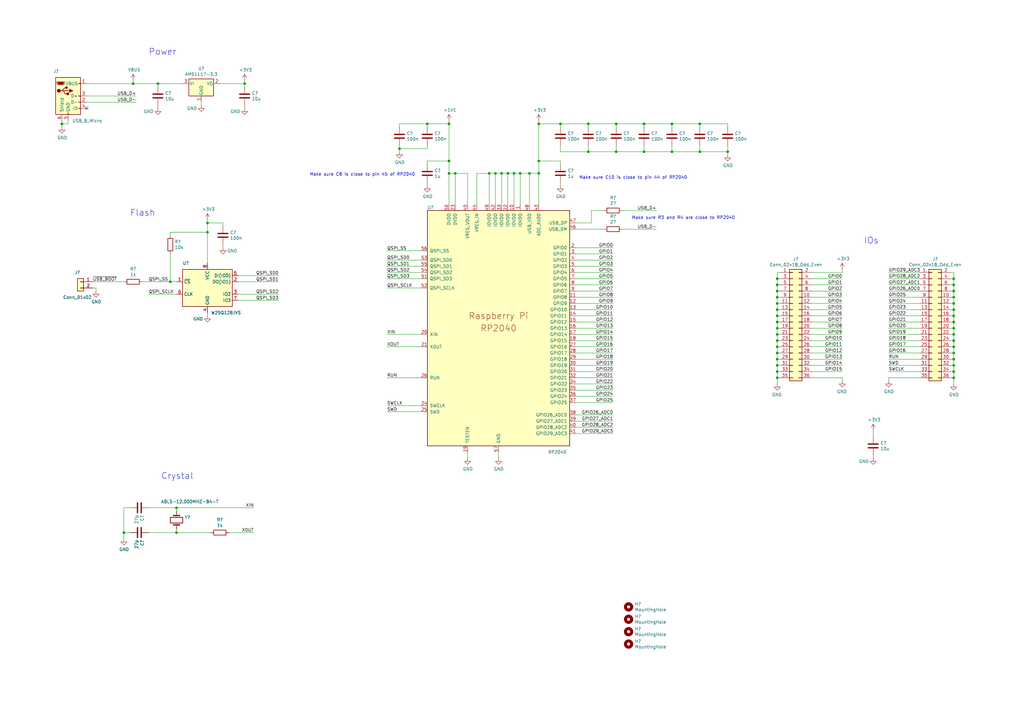
<source format=kicad_sch>
(kicad_sch (version 20211123) (generator eeschema)
  (paper "A3")
  (lib_symbols
    (symbol "Connector:USB_B_Micro" (pin_names (offset 1.016))
      (property "Reference" "J" (at -5.08 11.43 0))
      (property "Value" "USB_B_Micro" (at -5.08 8.89 0))
      (symbol "USB_B_Micro_0_1"
        (rectangle (start -5.08 -7.62) (end 5.08 7.62) (stroke (width 0.254)) (fill (type background)))
        (circle (center -3.81 2.159) (radius 0.635) (stroke (width 0.254)) (fill (type outline)))
        (circle (center -0.635 3.429) (radius 0.381) (stroke (width 0.254)) (fill (type outline)))
        (rectangle (start -0.127 -7.62) (end 0.127 -6.858))
        (polyline (pts (xy -1.905 2.159) (xy 0.635 2.159)) (stroke (width 0.254)))
        (polyline (pts (xy -3.175 2.159) (xy -2.54 2.159) (xy -1.27 3.429) (xy -0.635 3.429)) (stroke (width 0.254)))
        (polyline (pts (xy -2.54 2.159) (xy -1.905 2.159) (xy -1.27 0.889) (xy 0 0.889)) (stroke (width 0.254)))
        (polyline (pts (xy 0.635 2.794) (xy 0.635 1.524) (xy 1.905 2.159) (xy 0.635 2.794)) (stroke (width 0.254)) (fill (type outline)))
        (polyline (pts (xy -4.318 5.588) (xy -1.778 5.588) (xy -2.032 4.826) (xy -4.064 4.826) (xy -4.318 5.588)) (fill (type outline)))
        (polyline (pts (xy -4.699 5.842) (xy -4.699 5.588) (xy -4.445 4.826) (xy -4.445 4.572) (xy -1.651 4.572) (xy -1.651 4.826) (xy -1.397 5.588) (xy -1.397 5.842) (xy -4.699 5.842)))
        (rectangle (start 0.254 1.27) (end -0.508 0.508) (stroke (width 0.254)) (fill (type outline)))
        (rectangle (start 5.08 -5.207) (end 4.318 -4.953))
        (rectangle (start 5.08 -2.667) (end 4.318 -2.413))
        (rectangle (start 5.08 -0.127) (end 4.318 0.127))
        (rectangle (start 5.08 4.953) (end 4.318 5.207))
      )
      (symbol "USB_B_Micro_1_1"
        (pin power_out line (at 7.62 5.08 180) (length 2.54) (name "VBUS") (number "1"))
        (pin bidirectional line (at 7.62 -2.54 180) (length 2.54) (name "D-") (number "2"))
        (pin bidirectional line (at 7.62 0 180) (length 2.54) (name "D+") (number "3"))
        (pin passive line (at 7.62 -5.08 180) (length 2.54) (name "ID") (number "4"))
        (pin power_out line (at 0 -10.16 90) (length 2.54) (name "GND") (number "5"))
        (pin passive line (at -2.54 -10.16 90) (length 2.54) (name "Shield") (number "6"))
      )
    )
    (symbol "Connector_Generic:Conn_01x02" (pin_names (offset 1.016) hide)
      (property "Reference" "J" (at 0 2.54 0))
      (property "Value" "Conn_01x02" (at 0 -5.08 0))
      (symbol "Conn_01x02_1_1"
        (rectangle (start -1.27 -2.413) (end 0 -2.667) (stroke (width 0.1524)))
        (rectangle (start -1.27 0.127) (end 0 -0.127) (stroke (width 0.1524)))
        (rectangle (start -1.27 1.27) (end 1.27 -3.81) (stroke (width 0.254)) (fill (type background)))
        (pin passive line (at -5.08 0 0) (length 3.81) (name "Pin_1") (number "1"))
        (pin passive line (at -5.08 -2.54 0) (length 3.81) (name "Pin_2") (number "2"))
      )
    )
    (symbol "Connector_Generic:Conn_02x18_Odd_Even" (pin_names (offset 1.016) hide)
      (property "Reference" "J" (at 1.27 22.86 0))
      (property "Value" "Conn_02x18_Odd_Even" (at 1.27 -25.4 0))
      (symbol "Conn_02x18_Odd_Even_1_1"
        (rectangle (start -1.27 -22.733) (end 0 -22.987) (stroke (width 0.1524)))
        (rectangle (start -1.27 -20.193) (end 0 -20.447) (stroke (width 0.1524)))
        (rectangle (start -1.27 -17.653) (end 0 -17.907) (stroke (width 0.1524)))
        (rectangle (start -1.27 -15.113) (end 0 -15.367) (stroke (width 0.1524)))
        (rectangle (start -1.27 -12.573) (end 0 -12.827) (stroke (width 0.1524)))
        (rectangle (start -1.27 -10.033) (end 0 -10.287) (stroke (width 0.1524)))
        (rectangle (start -1.27 -7.493) (end 0 -7.747) (stroke (width 0.1524)))
        (rectangle (start -1.27 -4.953) (end 0 -5.207) (stroke (width 0.1524)))
        (rectangle (start -1.27 -2.413) (end 0 -2.667) (stroke (width 0.1524)))
        (rectangle (start -1.27 0.127) (end 0 -0.127) (stroke (width 0.1524)))
        (rectangle (start -1.27 2.667) (end 0 2.413) (stroke (width 0.1524)))
        (rectangle (start -1.27 5.207) (end 0 4.953) (stroke (width 0.1524)))
        (rectangle (start -1.27 7.747) (end 0 7.493) (stroke (width 0.1524)))
        (rectangle (start -1.27 10.287) (end 0 10.033) (stroke (width 0.1524)))
        (rectangle (start -1.27 12.827) (end 0 12.573) (stroke (width 0.1524)))
        (rectangle (start -1.27 15.367) (end 0 15.113) (stroke (width 0.1524)))
        (rectangle (start -1.27 17.907) (end 0 17.653) (stroke (width 0.1524)))
        (rectangle (start -1.27 20.447) (end 0 20.193) (stroke (width 0.1524)))
        (rectangle (start -1.27 21.59) (end 3.81 -24.13) (stroke (width 0.254)) (fill (type background)))
        (rectangle (start 3.81 -22.733) (end 2.54 -22.987) (stroke (width 0.1524)))
        (rectangle (start 3.81 -20.193) (end 2.54 -20.447) (stroke (width 0.1524)))
        (rectangle (start 3.81 -17.653) (end 2.54 -17.907) (stroke (width 0.1524)))
        (rectangle (start 3.81 -15.113) (end 2.54 -15.367) (stroke (width 0.1524)))
        (rectangle (start 3.81 -12.573) (end 2.54 -12.827) (stroke (width 0.1524)))
        (rectangle (start 3.81 -10.033) (end 2.54 -10.287) (stroke (width 0.1524)))
        (rectangle (start 3.81 -7.493) (end 2.54 -7.747) (stroke (width 0.1524)))
        (rectangle (start 3.81 -4.953) (end 2.54 -5.207) (stroke (width 0.1524)))
        (rectangle (start 3.81 -2.413) (end 2.54 -2.667) (stroke (width 0.1524)))
        (rectangle (start 3.81 0.127) (end 2.54 -0.127) (stroke (width 0.1524)))
        (rectangle (start 3.81 2.667) (end 2.54 2.413) (stroke (width 0.1524)))
        (rectangle (start 3.81 5.207) (end 2.54 4.953) (stroke (width 0.1524)))
        (rectangle (start 3.81 7.747) (end 2.54 7.493) (stroke (width 0.1524)))
        (rectangle (start 3.81 10.287) (end 2.54 10.033) (stroke (width 0.1524)))
        (rectangle (start 3.81 12.827) (end 2.54 12.573) (stroke (width 0.1524)))
        (rectangle (start 3.81 15.367) (end 2.54 15.113) (stroke (width 0.1524)))
        (rectangle (start 3.81 17.907) (end 2.54 17.653) (stroke (width 0.1524)))
        (rectangle (start 3.81 20.447) (end 2.54 20.193) (stroke (width 0.1524)))
        (pin passive line (at -5.08 20.32 0) (length 3.81) (name "Pin_1") (number "1"))
        (pin passive line (at 7.62 10.16 180) (length 3.81) (name "Pin_10") (number "10"))
        (pin passive line (at -5.08 7.62 0) (length 3.81) (name "Pin_11") (number "11"))
        (pin passive line (at 7.62 7.62 180) (length 3.81) (name "Pin_12") (number "12"))
        (pin passive line (at -5.08 5.08 0) (length 3.81) (name "Pin_13") (number "13"))
        (pin passive line (at 7.62 5.08 180) (length 3.81) (name "Pin_14") (number "14"))
        (pin passive line (at -5.08 2.54 0) (length 3.81) (name "Pin_15") (number "15"))
        (pin passive line (at 7.62 2.54 180) (length 3.81) (name "Pin_16") (number "16"))
        (pin passive line (at -5.08 0 0) (length 3.81) (name "Pin_17") (number "17"))
        (pin passive line (at 7.62 0 180) (length 3.81) (name "Pin_18") (number "18"))
        (pin passive line (at -5.08 -2.54 0) (length 3.81) (name "Pin_19") (number "19"))
        (pin passive line (at 7.62 20.32 180) (length 3.81) (name "Pin_2") (number "2"))
        (pin passive line (at 7.62 -2.54 180) (length 3.81) (name "Pin_20") (number "20"))
        (pin passive line (at -5.08 -5.08 0) (length 3.81) (name "Pin_21") (number "21"))
        (pin passive line (at 7.62 -5.08 180) (length 3.81) (name "Pin_22") (number "22"))
        (pin passive line (at -5.08 -7.62 0) (length 3.81) (name "Pin_23") (number "23"))
        (pin passive line (at 7.62 -7.62 180) (length 3.81) (name "Pin_24") (number "24"))
        (pin passive line (at -5.08 -10.16 0) (length 3.81) (name "Pin_25") (number "25"))
        (pin passive line (at 7.62 -10.16 180) (length 3.81) (name "Pin_26") (number "26"))
        (pin passive line (at -5.08 -12.7 0) (length 3.81) (name "Pin_27") (number "27"))
        (pin passive line (at 7.62 -12.7 180) (length 3.81) (name "Pin_28") (number "28"))
        (pin passive line (at -5.08 -15.24 0) (length 3.81) (name "Pin_29") (number "29"))
        (pin passive line (at -5.08 17.78 0) (length 3.81) (name "Pin_3") (number "3"))
        (pin passive line (at 7.62 -15.24 180) (length 3.81) (name "Pin_30") (number "30"))
        (pin passive line (at -5.08 -17.78 0) (length 3.81) (name "Pin_31") (number "31"))
        (pin passive line (at 7.62 -17.78 180) (length 3.81) (name "Pin_32") (number "32"))
        (pin passive line (at -5.08 -20.32 0) (length 3.81) (name "Pin_33") (number "33"))
        (pin passive line (at 7.62 -20.32 180) (length 3.81) (name "Pin_34") (number "34"))
        (pin passive line (at -5.08 -22.86 0) (length 3.81) (name "Pin_35") (number "35"))
        (pin passive line (at 7.62 -22.86 180) (length 3.81) (name "Pin_36") (number "36"))
        (pin passive line (at 7.62 17.78 180) (length 3.81) (name "Pin_4") (number "4"))
        (pin passive line (at -5.08 15.24 0) (length 3.81) (name "Pin_5") (number "5"))
        (pin passive line (at 7.62 15.24 180) (length 3.81) (name "Pin_6") (number "6"))
        (pin passive line (at -5.08 12.7 0) (length 3.81) (name "Pin_7") (number "7"))
        (pin passive line (at 7.62 12.7 180) (length 3.81) (name "Pin_8") (number "8"))
        (pin passive line (at -5.08 10.16 0) (length 3.81) (name "Pin_9") (number "9"))
      )
    )
    (symbol "Device:C" (pin_numbers hide) (pin_names (offset 0.254))
      (property "Reference" "C" (at 0.635 2.54 0))
      (property "Value" "C" (at 0.635 -2.54 0))
      (symbol "C_0_1"
        (polyline (pts (xy -2.032 -0.762) (xy 2.032 -0.762)) (stroke (width 0.508)))
        (polyline (pts (xy -2.032 0.762) (xy 2.032 0.762)) (stroke (width 0.508)))
      )
      (symbol "C_1_1"
        (pin passive line (at 0 3.81 270) (length 2.794) (name "~") (number "1"))
        (pin passive line (at 0 -3.81 90) (length 2.794) (name "~") (number "2"))
      )
    )
    (symbol "Device:Crystal" (pin_numbers hide) (pin_names (offset 1.016) hide)
      (property "Reference" "Y" (at 0 3.81 0))
      (property "Value" "Crystal" (at 0 -3.81 0))
      (symbol "Crystal_0_1"
        (rectangle (start -1.143 2.54) (end 1.143 -2.54) (stroke (width 0.3048)))
        (polyline (pts (xy -2.54 0) (xy -1.905 0)))
        (polyline (pts (xy -1.905 -1.27) (xy -1.905 1.27)) (stroke (width 0.508)))
        (polyline (pts (xy 1.905 -1.27) (xy 1.905 1.27)) (stroke (width 0.508)))
        (polyline (pts (xy 2.54 0) (xy 1.905 0)))
      )
      (symbol "Crystal_1_1"
        (pin passive line (at -3.81 0 0) (length 1.27) (name "1") (number "1"))
        (pin passive line (at 3.81 0 180) (length 1.27) (name "2") (number "2"))
      )
    )
    (symbol "Device:R" (pin_numbers hide) (pin_names (offset 0))
      (property "Reference" "R" (at 2.032 0 90))
      (property "Value" "R" (at 0 0 90))
      (symbol "R_0_1"
        (rectangle (start -1.016 -2.54) (end 1.016 2.54) (stroke (width 0.254)))
      )
      (symbol "R_1_1"
        (pin passive line (at 0 3.81 270) (length 1.27) (name "~") (number "1"))
        (pin passive line (at 0 -3.81 90) (length 1.27) (name "~") (number "2"))
      )
    )
    (symbol "MCU_RaspberryPi_RP2040:RP2040" (pin_names (offset 1.016))
      (property "Reference" "U" (at -29.21 49.53 0))
      (property "Value" "RP2040" (at 24.13 -49.53 0))
      (symbol "RP2040_0_0"
        (text "Raspberry Pi" (at 0 5.08 0) (effects (font (size 2.54 2.54))))
        (text "RP2040" (at 0 0 0) (effects (font (size 2.54 2.54))))
      )
      (symbol "RP2040_0_1"
        (rectangle (start 29.21 48.26) (end -29.21 -48.26) (stroke (width 0.254)) (fill (type background)))
      )
      (symbol "RP2040_1_1"
        (pin power_in line (at 8.89 50.8 270) (length 2.54) (name "IOVDD") (number "1"))
        (pin power_in line (at 6.35 50.8 270) (length 2.54) (name "IOVDD") (number "10"))
        (pin bidirectional line (at 31.75 12.7 180) (length 2.54) (name "GPIO8") (number "11"))
        (pin bidirectional line (at 31.75 10.16 180) (length 2.54) (name "GPIO9") (number "12"))
        (pin bidirectional line (at 31.75 7.62 180) (length 2.54) (name "GPIO10") (number "13"))
        (pin bidirectional line (at 31.75 5.08 180) (length 2.54) (name "GPIO11") (number "14"))
        (pin bidirectional line (at 31.75 2.54 180) (length 2.54) (name "GPIO12") (number "15"))
        (pin bidirectional line (at 31.75 0 180) (length 2.54) (name "GPIO13") (number "16"))
        (pin bidirectional line (at 31.75 -2.54 180) (length 2.54) (name "GPIO14") (number "17"))
        (pin bidirectional line (at 31.75 -5.08 180) (length 2.54) (name "GPIO15") (number "18"))
        (pin passive line (at -12.7 -50.8 90) (length 2.54) (name "TESTEN") (number "19"))
        (pin bidirectional line (at 31.75 33.02 180) (length 2.54) (name "GPIO0") (number "2"))
        (pin input line (at -31.75 -2.54 0) (length 2.54) (name "XIN") (number "20"))
        (pin passive line (at -31.75 -7.62 0) (length 2.54) (name "XOUT") (number "21"))
        (pin power_in line (at 3.81 50.8 270) (length 2.54) (name "IOVDD") (number "22"))
        (pin power_in line (at -17.78 50.8 270) (length 2.54) (name "DVDD") (number "23"))
        (pin output line (at -31.75 -31.75 0) (length 2.54) (name "SWCLK") (number "24"))
        (pin bidirectional line (at -31.75 -34.29 0) (length 2.54) (name "SWD") (number "25"))
        (pin input line (at -31.75 -20.32 0) (length 2.54) (name "RUN") (number "26"))
        (pin bidirectional line (at 31.75 -7.62 180) (length 2.54) (name "GPIO16") (number "27"))
        (pin bidirectional line (at 31.75 -10.16 180) (length 2.54) (name "GPIO17") (number "28"))
        (pin bidirectional line (at 31.75 -12.7 180) (length 2.54) (name "GPIO18") (number "29"))
        (pin bidirectional line (at 31.75 30.48 180) (length 2.54) (name "GPIO1") (number "3"))
        (pin bidirectional line (at 31.75 -15.24 180) (length 2.54) (name "GPIO19") (number "30"))
        (pin bidirectional line (at 31.75 -17.78 180) (length 2.54) (name "GPIO20") (number "31"))
        (pin bidirectional line (at 31.75 -20.32 180) (length 2.54) (name "GPIO21") (number "32"))
        (pin power_in line (at 1.27 50.8 270) (length 2.54) (name "IOVDD") (number "33"))
        (pin bidirectional line (at 31.75 -22.86 180) (length 2.54) (name "GPIO22") (number "34"))
        (pin bidirectional line (at 31.75 -25.4 180) (length 2.54) (name "GPIO23") (number "35"))
        (pin bidirectional line (at 31.75 -27.94 180) (length 2.54) (name "GPIO24") (number "36"))
        (pin bidirectional line (at 31.75 -30.48 180) (length 2.54) (name "GPIO25") (number "37"))
        (pin bidirectional line (at 31.75 -35.56 180) (length 2.54) (name "GPIO26_ADC0") (number "38"))
        (pin bidirectional line (at 31.75 -38.1 180) (length 2.54) (name "GPIO27_ADC1") (number "39"))
        (pin bidirectional line (at 31.75 27.94 180) (length 2.54) (name "GPIO2") (number "4"))
        (pin bidirectional line (at 31.75 -40.64 180) (length 2.54) (name "GPIO28_ADC2") (number "40"))
        (pin bidirectional line (at 31.75 -43.18 180) (length 2.54) (name "GPIO29_ADC3") (number "41"))
        (pin power_in line (at -1.27 50.8 270) (length 2.54) (name "IOVDD") (number "42"))
        (pin power_in line (at 16.51 50.8 270) (length 2.54) (name "ADC_AVDD") (number "43"))
        (pin power_in line (at -8.89 50.8 270) (length 2.54) (name "VREG_IN") (number "44"))
        (pin power_out line (at -12.7 50.8 270) (length 2.54) (name "VREG_VOUT") (number "45"))
        (pin bidirectional line (at 31.75 40.64 180) (length 2.54) (name "USB_DM") (number "46"))
        (pin bidirectional line (at 31.75 43.18 180) (length 2.54) (name "USB_DP") (number "47"))
        (pin power_in line (at 12.7 50.8 270) (length 2.54) (name "USB_VDD") (number "48"))
        (pin power_in line (at -3.81 50.8 270) (length 2.54) (name "IOVDD") (number "49"))
        (pin bidirectional line (at 31.75 25.4 180) (length 2.54) (name "GPIO3") (number "5"))
        (pin power_in line (at -20.32 50.8 270) (length 2.54) (name "DVDD") (number "50"))
        (pin bidirectional line (at -31.75 20.32 0) (length 2.54) (name "QSPI_SD3") (number "51"))
        (pin output line (at -31.75 16.51 0) (length 2.54) (name "QSPI_SCLK") (number "52"))
        (pin bidirectional line (at -31.75 27.94 0) (length 2.54) (name "QSPI_SD0") (number "53"))
        (pin bidirectional line (at -31.75 22.86 0) (length 2.54) (name "QSPI_SD2") (number "54"))
        (pin bidirectional line (at -31.75 25.4 0) (length 2.54) (name "QSPI_SD1") (number "55"))
        (pin bidirectional line (at -31.75 31.75 0) (length 2.54) (name "QSPI_SS") (number "56"))
        (pin power_in line (at 0 -50.8 90) (length 2.54) (name "GND") (number "57"))
        (pin bidirectional line (at 31.75 22.86 180) (length 2.54) (name "GPIO4") (number "6"))
        (pin bidirectional line (at 31.75 20.32 180) (length 2.54) (name "GPIO5") (number "7"))
        (pin bidirectional line (at 31.75 17.78 180) (length 2.54) (name "GPIO6") (number "8"))
        (pin bidirectional line (at 31.75 15.24 180) (length 2.54) (name "GPIO7") (number "9"))
      )
    )
    (symbol "Mechanical:MountingHole" (pin_names (offset 1.016))
      (property "Reference" "H" (at 0 5.08 0))
      (property "Value" "MountingHole" (at 0 3.175 0))
      (symbol "MountingHole_0_1"
        (circle (center 0 0) (radius 1.27) (stroke (width 1.27)))
      )
    )
    (symbol "Memory_Flash:W25Q128JVS"
      (property "Reference" "U" (at -8.89 8.89 0))
      (property "Value" "W25Q128JVS" (at 7.62 8.89 0))
      (symbol "W25Q128JVS_0_1"
        (rectangle (start -10.16 7.62) (end 10.16 -7.62) (stroke (width 0.254)) (fill (type background)))
      )
      (symbol "W25Q128JVS_1_1"
        (pin input line (at -12.7 2.54 0) (length 2.54) (name "~{CS}") (number "1"))
        (pin bidirectional line (at 12.7 2.54 180) (length 2.54) (name "DO(IO1)") (number "2"))
        (pin bidirectional line (at 12.7 -2.54 180) (length 2.54) (name "IO2") (number "3"))
        (pin power_in line (at 0 -10.16 90) (length 2.54) (name "GND") (number "4"))
        (pin bidirectional line (at 12.7 5.08 180) (length 2.54) (name "DI(IO0)") (number "5"))
        (pin input line (at -12.7 -2.54 0) (length 2.54) (name "CLK") (number "6"))
        (pin bidirectional line (at 12.7 -5.08 180) (length 2.54) (name "IO3") (number "7"))
        (pin power_in line (at 0 10.16 270) (length 2.54) (name "VCC") (number "8"))
      )
    )
    (symbol "Regulator_Linear:NCP1117-3.3_SOT223" (pin_names (offset 0.254))
      (property "Reference" "U" (at -3.81 3.175 0))
      (property "Value" "NCP1117-3.3_SOT223" (at 0 3.175 0))
      (symbol "NCP1117-3.3_SOT223_0_1"
        (rectangle (start -5.08 -5.08) (end 5.08 1.905) (stroke (width 0.254)) (fill (type background)))
      )
      (symbol "NCP1117-3.3_SOT223_1_1"
        (pin power_in line (at 0 -7.62 90) (length 2.54) (name "GND") (number "1"))
        (pin power_out line (at 7.62 0 180) (length 2.54) (name "VO") (number "2"))
        (pin power_in line (at -7.62 0 0) (length 2.54) (name "VI") (number "3"))
      )
    )
    (symbol "power:+1V1" (power) (pin_names (offset 0))
      (property "Value" "+1V1" (at 0 3.556 0))
      (symbol "+1V1_0_1"
        (polyline (pts (xy -0.762 1.27) (xy 0 2.54)))
        (polyline (pts (xy 0 0) (xy 0 2.54)))
        (polyline (pts (xy 0 2.54) (xy 0.762 1.27)))
      )
      (symbol "+1V1_1_1"
        (pin power_in line (at 0 0 90) (length 0) hide (name "+1V1") (number "1"))
      )
    )
    (symbol "power:+3V3" (power) (pin_names (offset 0))
      (property "Value" "+3V3" (at 0 3.556 0))
      (symbol "+3V3_0_1"
        (polyline (pts (xy -0.762 1.27) (xy 0 2.54)))
        (polyline (pts (xy 0 0) (xy 0 2.54)))
        (polyline (pts (xy 0 2.54) (xy 0.762 1.27)))
      )
      (symbol "+3V3_1_1"
        (pin power_in line (at 0 0 90) (length 0) hide (name "+3V3") (number "1"))
      )
    )
    (symbol "power:GND" (power) (pin_names (offset 0))
      (property "Value" "GND" (at 0 -3.81 0))
      (symbol "GND_0_1"
        (polyline (pts (xy 0 0) (xy 0 -1.27) (xy 1.27 -1.27) (xy 0 -2.54) (xy -1.27 -1.27) (xy 0 -1.27)))
      )
      (symbol "GND_1_1"
        (pin power_in line (at 0 0 270) (length 0) hide (name "GND") (number "1"))
      )
    )
    (symbol "power:VBUS" (power) (pin_names (offset 0))
      (property "Value" "VBUS" (at 0 3.81 0))
      (symbol "VBUS_0_1"
        (polyline (pts (xy -0.762 1.27) (xy 0 2.54)))
        (polyline (pts (xy 0 0) (xy 0 2.54)))
        (polyline (pts (xy 0 2.54) (xy 0.762 1.27)))
      )
      (symbol "VBUS_1_1"
        (pin power_in line (at 0 0 90) (length 0) hide (name "VBUS") (number "1"))
      )
    )
  )
  (junction (at 72.39 218.44))
  (junction (at 184.15 71.12))
  (junction (at 64.77 34.29))
  (junction (at 184.15 50.8))
  (junction (at 318.77 127))
  (junction (at 287.02 50.8))
  (junction (at 318.77 147.32))
  (junction (at 391.16 124.46))
  (junction (at 318.77 116.84))
  (junction (at 252.73 50.8))
  (junction (at 391.16 144.78))
  (junction (at 318.77 132.08))
  (junction (at 318.77 139.7))
  (junction (at 69.85 115.57))
  (junction (at 391.16 142.24))
  (junction (at 318.77 114.3))
  (junction (at 287.02 62.23))
  (junction (at 318.77 149.86))
  (junction (at 318.77 154.94))
  (junction (at 220.98 66.04))
  (junction (at 264.16 50.8))
  (junction (at 210.82 71.12))
  (junction (at 85.09 91.44))
  (junction (at 391.16 154.94))
  (junction (at 391.16 132.08))
  (junction (at 175.26 50.8))
  (junction (at 391.16 121.92))
  (junction (at 186.69 71.12))
  (junction (at 391.16 139.7))
  (junction (at 391.16 114.3))
  (junction (at 391.16 116.84))
  (junction (at 85.09 95.25))
  (junction (at 318.77 124.46))
  (junction (at 205.74 71.12))
  (junction (at 391.16 134.62))
  (junction (at 391.16 129.54))
  (junction (at 391.16 127))
  (junction (at 54.61 34.29))
  (junction (at 391.16 119.38))
  (junction (at 252.73 62.23))
  (junction (at 213.36 71.12))
  (junction (at 229.87 50.8))
  (junction (at 217.17 71.12))
  (junction (at 163.83 60.96))
  (junction (at 318.77 134.62))
  (junction (at 25.4 50.8))
  (junction (at 318.77 119.38))
  (junction (at 391.16 149.86))
  (junction (at 391.16 152.4))
  (junction (at 318.77 121.92))
  (junction (at 200.66 71.12))
  (junction (at 72.39 208.28))
  (junction (at 298.45 62.23))
  (junction (at 264.16 62.23))
  (junction (at 203.2 71.12))
  (junction (at 318.77 142.24))
  (junction (at 100.33 34.29))
  (junction (at 50.8 218.44))
  (junction (at 391.16 137.16))
  (junction (at 318.77 152.4))
  (junction (at 318.77 137.16))
  (junction (at 318.77 129.54))
  (junction (at 241.3 62.23))
  (junction (at 275.59 50.8))
  (junction (at 275.59 62.23))
  (junction (at 318.77 144.78))
  (junction (at 184.15 66.04))
  (junction (at 220.98 71.12))
  (junction (at 391.16 147.32))
  (junction (at 241.3 50.8))
  (junction (at 208.28 71.12))
  (junction (at 220.98 50.8))
  (no_connect (at 35.56 44.45))
  (wire (pts (xy 377.19 149.86) (xy 364.49 149.86)))
  (wire (pts (xy 318.77 142.24) (xy 318.77 144.78)))
  (wire (pts (xy 25.4 49.53) (xy 25.4 50.8)))
  (wire (pts (xy 236.22 157.48) (xy 251.46 157.48)))
  (wire (pts (xy 100.33 43.18) (xy 100.33 44.45)))
  (wire (pts (xy 377.19 144.78) (xy 364.49 144.78)))
  (wire (pts (xy 345.44 147.32) (xy 332.74 147.32)))
  (wire (pts (xy 345.44 152.4) (xy 332.74 152.4)))
  (wire (pts (xy 389.89 134.62) (xy 391.16 134.62)))
  (wire (pts (xy 377.19 147.32) (xy 364.49 147.32)))
  (wire (pts (xy 345.44 129.54) (xy 332.74 129.54)))
  (wire (pts (xy 50.8 208.28) (xy 50.8 218.44)))
  (wire (pts (xy 100.33 34.29) (xy 100.33 33.02)))
  (wire (pts (xy 389.89 144.78) (xy 391.16 144.78)))
  (wire (pts (xy 72.39 209.55) (xy 72.39 208.28)))
  (wire (pts (xy 158.75 111.76) (xy 172.72 111.76)))
  (wire (pts (xy 236.22 170.18) (xy 251.46 170.18)))
  (wire (pts (xy 50.8 218.44) (xy 50.8 220.98)))
  (wire (pts (xy 204.47 185.42) (xy 204.47 187.96)))
  (wire (pts (xy 377.19 116.84) (xy 364.49 116.84)))
  (wire (pts (xy 287.02 59.69) (xy 287.02 62.23)))
  (wire (pts (xy 213.36 71.12) (xy 213.36 83.82)))
  (wire (pts (xy 345.44 149.86) (xy 332.74 149.86)))
  (wire (pts (xy 320.04 124.46) (xy 318.77 124.46)))
  (wire (pts (xy 391.16 144.78) (xy 391.16 147.32)))
  (wire (pts (xy 389.89 127) (xy 391.16 127)))
  (wire (pts (xy 391.16 129.54) (xy 391.16 132.08)))
  (wire (pts (xy 345.44 119.38) (xy 332.74 119.38)))
  (wire (pts (xy 391.16 154.94) (xy 391.16 157.48)))
  (wire (pts (xy 97.79 113.03) (xy 114.3 113.03)))
  (wire (pts (xy 158.75 114.3) (xy 172.72 114.3)))
  (wire (pts (xy 391.16 124.46) (xy 391.16 127)))
  (wire (pts (xy 345.44 124.46) (xy 332.74 124.46)))
  (wire (pts (xy 255.27 86.36) (xy 269.24 86.36)))
  (wire (pts (xy 318.77 147.32) (xy 318.77 149.86)))
  (wire (pts (xy 175.26 74.93) (xy 175.26 76.2)))
  (wire (pts (xy 172.72 168.91) (xy 158.75 168.91)))
  (wire (pts (xy 318.77 144.78) (xy 318.77 147.32)))
  (wire (pts (xy 345.44 111.76) (xy 332.74 111.76)))
  (wire (pts (xy 54.61 34.29) (xy 64.77 34.29)))
  (wire (pts (xy 158.75 106.68) (xy 172.72 106.68)))
  (wire (pts (xy 320.04 114.3) (xy 318.77 114.3)))
  (wire (pts (xy 391.16 121.92) (xy 391.16 124.46)))
  (wire (pts (xy 318.77 132.08) (xy 318.77 134.62)))
  (wire (pts (xy 377.19 114.3) (xy 364.49 114.3)))
  (wire (pts (xy 172.72 118.11) (xy 158.75 118.11)))
  (wire (pts (xy 287.02 50.8) (xy 298.45 50.8)))
  (wire (pts (xy 200.66 71.12) (xy 203.2 71.12)))
  (wire (pts (xy 391.16 114.3) (xy 391.16 116.84)))
  (wire (pts (xy 345.44 116.84) (xy 332.74 116.84)))
  (wire (pts (xy 298.45 59.69) (xy 298.45 62.23)))
  (wire (pts (xy 389.89 121.92) (xy 391.16 121.92)))
  (wire (pts (xy 158.75 109.22) (xy 172.72 109.22)))
  (wire (pts (xy 27.94 49.53) (xy 27.94 50.8)))
  (wire (pts (xy 242.57 86.36) (xy 247.65 86.36)))
  (wire (pts (xy 236.22 127) (xy 251.46 127)))
  (wire (pts (xy 184.15 49.53) (xy 184.15 50.8)))
  (wire (pts (xy 318.77 116.84) (xy 318.77 119.38)))
  (wire (pts (xy 364.49 156.21) (xy 364.49 154.94)))
  (wire (pts (xy 236.22 119.38) (xy 251.46 119.38)))
  (wire (pts (xy 186.69 71.12) (xy 184.15 71.12)))
  (wire (pts (xy 318.77 127) (xy 318.77 129.54)))
  (wire (pts (xy 72.39 218.44) (xy 86.36 218.44)))
  (wire (pts (xy 377.19 139.7) (xy 364.49 139.7)))
  (wire (pts (xy 391.16 111.76) (xy 391.16 114.3)))
  (wire (pts (xy 377.19 137.16) (xy 364.49 137.16)))
  (wire (pts (xy 208.28 71.12) (xy 210.82 71.12)))
  (wire (pts (xy 64.77 43.18) (xy 64.77 44.45)))
  (wire (pts (xy 391.16 139.7) (xy 391.16 142.24)))
  (wire (pts (xy 389.89 124.46) (xy 391.16 124.46)))
  (wire (pts (xy 90.17 34.29) (xy 100.33 34.29)))
  (wire (pts (xy 287.02 52.07) (xy 287.02 50.8)))
  (wire (pts (xy 191.77 71.12) (xy 186.69 71.12)))
  (wire (pts (xy 58.42 115.57) (xy 69.85 115.57)))
  (wire (pts (xy 172.72 102.87) (xy 158.75 102.87)))
  (wire (pts (xy 287.02 62.23) (xy 298.45 62.23)))
  (wire (pts (xy 91.44 91.44) (xy 85.09 91.44)))
  (wire (pts (xy 85.09 128.27) (xy 85.09 129.54)))
  (wire (pts (xy 236.22 162.56) (xy 251.46 162.56)))
  (wire (pts (xy 264.16 52.07) (xy 264.16 50.8)))
  (wire (pts (xy 203.2 71.12) (xy 205.74 71.12)))
  (wire (pts (xy 184.15 71.12) (xy 184.15 83.82)))
  (wire (pts (xy 320.04 116.84) (xy 318.77 116.84)))
  (wire (pts (xy 391.16 127) (xy 391.16 129.54)))
  (wire (pts (xy 205.74 83.82) (xy 205.74 71.12)))
  (wire (pts (xy 358.14 186.69) (xy 358.14 187.96)))
  (wire (pts (xy 195.58 83.82) (xy 195.58 71.12)))
  (wire (pts (xy 236.22 116.84) (xy 251.46 116.84)))
  (wire (pts (xy 345.44 127) (xy 332.74 127)))
  (wire (pts (xy 85.09 91.44) (xy 85.09 95.25)))
  (wire (pts (xy 236.22 109.22) (xy 251.46 109.22)))
  (wire (pts (xy 364.49 154.94) (xy 377.19 154.94)))
  (wire (pts (xy 236.22 142.24) (xy 251.46 142.24)))
  (wire (pts (xy 391.16 119.38) (xy 391.16 121.92)))
  (wire (pts (xy 175.26 60.96) (xy 175.26 59.69)))
  (wire (pts (xy 27.94 50.8) (xy 25.4 50.8)))
  (wire (pts (xy 320.04 154.94) (xy 318.77 154.94)))
  (wire (pts (xy 389.89 114.3) (xy 391.16 114.3)))
  (wire (pts (xy 345.44 142.24) (xy 332.74 142.24)))
  (wire (pts (xy 252.73 52.07) (xy 252.73 50.8)))
  (wire (pts (xy 236.22 177.8) (xy 251.46 177.8)))
  (wire (pts (xy 264.16 62.23) (xy 252.73 62.23)))
  (wire (pts (xy 236.22 147.32) (xy 251.46 147.32)))
  (wire (pts (xy 175.26 67.31) (xy 175.26 66.04)))
  (wire (pts (xy 236.22 175.26) (xy 251.46 175.26)))
  (wire (pts (xy 318.77 114.3) (xy 318.77 116.84)))
  (wire (pts (xy 318.77 119.38) (xy 318.77 121.92)))
  (wire (pts (xy 213.36 71.12) (xy 217.17 71.12)))
  (wire (pts (xy 236.22 172.72) (xy 251.46 172.72)))
  (wire (pts (xy 236.22 101.6) (xy 251.46 101.6)))
  (wire (pts (xy 389.89 129.54) (xy 391.16 129.54)))
  (wire (pts (xy 35.56 39.37) (xy 55.88 39.37)))
  (wire (pts (xy 389.89 132.08) (xy 391.16 132.08)))
  (wire (pts (xy 298.45 52.07) (xy 298.45 50.8)))
  (wire (pts (xy 318.77 134.62) (xy 318.77 137.16)))
  (wire (pts (xy 287.02 62.23) (xy 275.59 62.23)))
  (wire (pts (xy 39.37 118.11) (xy 39.37 119.38)))
  (wire (pts (xy 72.39 217.17) (xy 72.39 218.44)))
  (wire (pts (xy 220.98 66.04) (xy 220.98 71.12)))
  (wire (pts (xy 175.26 66.04) (xy 184.15 66.04)))
  (wire (pts (xy 236.22 121.92) (xy 251.46 121.92)))
  (wire (pts (xy 345.44 154.94) (xy 332.74 154.94)))
  (wire (pts (xy 236.22 144.78) (xy 251.46 144.78)))
  (wire (pts (xy 85.09 95.25) (xy 85.09 107.95)))
  (wire (pts (xy 345.44 121.92) (xy 332.74 121.92)))
  (wire (pts (xy 389.89 154.94) (xy 391.16 154.94)))
  (wire (pts (xy 229.87 50.8) (xy 241.3 50.8)))
  (wire (pts (xy 93.98 218.44) (xy 104.14 218.44)))
  (wire (pts (xy 320.04 139.7) (xy 318.77 139.7)))
  (wire (pts (xy 25.4 50.8) (xy 25.4 52.07)))
  (wire (pts (xy 389.89 137.16) (xy 391.16 137.16)))
  (wire (pts (xy 236.22 154.94) (xy 251.46 154.94)))
  (wire (pts (xy 210.82 71.12) (xy 213.36 71.12)))
  (wire (pts (xy 345.44 111.76) (xy 345.44 110.49)))
  (wire (pts (xy 264.16 50.8) (xy 275.59 50.8)))
  (wire (pts (xy 391.16 142.24) (xy 391.16 144.78)))
  (wire (pts (xy 252.73 62.23) (xy 241.3 62.23)))
  (wire (pts (xy 252.73 59.69) (xy 252.73 62.23)))
  (wire (pts (xy 389.89 139.7) (xy 391.16 139.7)))
  (wire (pts (xy 35.56 41.91) (xy 55.88 41.91)))
  (wire (pts (xy 389.89 119.38) (xy 391.16 119.38)))
  (wire (pts (xy 172.72 166.37) (xy 158.75 166.37)))
  (wire (pts (xy 391.16 147.32) (xy 391.16 149.86)))
  (wire (pts (xy 200.66 83.82) (xy 200.66 71.12)))
  (wire (pts (xy 217.17 71.12) (xy 220.98 71.12)))
  (wire (pts (xy 74.93 34.29) (xy 64.77 34.29)))
  (wire (pts (xy 69.85 95.25) (xy 85.09 95.25)))
  (wire (pts (xy 377.19 132.08) (xy 364.49 132.08)))
  (wire (pts (xy 236.22 160.02) (xy 251.46 160.02)))
  (wire (pts (xy 85.09 90.17) (xy 85.09 91.44)))
  (wire (pts (xy 389.89 142.24) (xy 391.16 142.24)))
  (wire (pts (xy 320.04 132.08) (xy 318.77 132.08)))
  (wire (pts (xy 377.19 152.4) (xy 364.49 152.4)))
  (wire (pts (xy 320.04 111.76) (xy 318.77 111.76)))
  (wire (pts (xy 252.73 50.8) (xy 264.16 50.8)))
  (wire (pts (xy 389.89 116.84) (xy 391.16 116.84)))
  (wire (pts (xy 391.16 152.4) (xy 391.16 154.94)))
  (wire (pts (xy 191.77 83.82) (xy 191.77 71.12)))
  (wire (pts (xy 241.3 62.23) (xy 229.87 62.23)))
  (wire (pts (xy 54.61 33.02) (xy 54.61 34.29)))
  (wire (pts (xy 318.77 129.54) (xy 318.77 132.08)))
  (wire (pts (xy 255.27 93.98) (xy 269.24 93.98)))
  (wire (pts (xy 298.45 62.23) (xy 298.45 63.5)))
  (wire (pts (xy 35.56 34.29) (xy 54.61 34.29)))
  (wire (pts (xy 186.69 83.82) (xy 186.69 71.12)))
  (wire (pts (xy 172.72 142.24) (xy 158.75 142.24)))
  (wire (pts (xy 320.04 119.38) (xy 318.77 119.38)))
  (wire (pts (xy 205.74 71.12) (xy 208.28 71.12)))
  (wire (pts (xy 100.33 35.56) (xy 100.33 34.29)))
  (wire (pts (xy 64.77 35.56) (xy 64.77 34.29)))
  (wire (pts (xy 236.22 132.08) (xy 251.46 132.08)))
  (wire (pts (xy 318.77 124.46) (xy 318.77 127)))
  (wire (pts (xy 229.87 67.31) (xy 229.87 66.04)))
  (wire (pts (xy 320.04 129.54) (xy 318.77 129.54)))
  (wire (pts (xy 391.16 134.62) (xy 391.16 137.16)))
  (wire (pts (xy 320.04 152.4) (xy 318.77 152.4)))
  (wire (pts (xy 318.77 111.76) (xy 318.77 114.3)))
  (wire (pts (xy 175.26 50.8) (xy 184.15 50.8)))
  (wire (pts (xy 241.3 52.07) (xy 241.3 50.8)))
  (wire (pts (xy 389.89 147.32) (xy 391.16 147.32)))
  (wire (pts (xy 236.22 152.4) (xy 251.46 152.4)))
  (wire (pts (xy 220.98 66.04) (xy 229.87 66.04)))
  (wire (pts (xy 320.04 137.16) (xy 318.77 137.16)))
  (wire (pts (xy 389.89 149.86) (xy 391.16 149.86)))
  (wire (pts (xy 318.77 121.92) (xy 318.77 124.46)))
  (wire (pts (xy 275.59 52.07) (xy 275.59 50.8)))
  (wire (pts (xy 320.04 121.92) (xy 318.77 121.92)))
  (wire (pts (xy 60.96 208.28) (xy 72.39 208.28)))
  (wire (pts (xy 172.72 154.94) (xy 158.75 154.94)))
  (wire (pts (xy 91.44 100.33) (xy 91.44 101.6)))
  (wire (pts (xy 320.04 144.78) (xy 318.77 144.78)))
  (wire (pts (xy 377.19 142.24) (xy 364.49 142.24)))
  (wire (pts (xy 320.04 149.86) (xy 318.77 149.86)))
  (wire (pts (xy 242.57 86.36) (xy 242.57 91.44)))
  (wire (pts (xy 391.16 132.08) (xy 391.16 134.62)))
  (wire (pts (xy 236.22 111.76) (xy 251.46 111.76)))
  (wire (pts (xy 345.44 156.21) (xy 345.44 154.94)))
  (wire (pts (xy 318.77 152.4) (xy 318.77 154.94)))
  (wire (pts (xy 163.83 50.8) (xy 175.26 50.8)))
  (wire (pts (xy 391.16 149.86) (xy 391.16 152.4)))
  (wire (pts (xy 241.3 50.8) (xy 252.73 50.8)))
  (wire (pts (xy 320.04 127) (xy 318.77 127)))
  (wire (pts (xy 345.44 134.62) (xy 332.74 134.62)))
  (wire (pts (xy 220.98 49.53) (xy 220.98 50.8)))
  (wire (pts (xy 220.98 50.8) (xy 220.98 66.04)))
  (wire (pts (xy 158.75 137.16) (xy 172.72 137.16)))
  (wire (pts (xy 220.98 71.12) (xy 220.98 83.82)))
  (wire (pts (xy 184.15 66.04) (xy 184.15 71.12)))
  (wire (pts (xy 82.55 41.91) (xy 82.55 43.18)))
  (wire (pts (xy 377.19 121.92) (xy 364.49 121.92)))
  (wire (pts (xy 163.83 60.96) (xy 163.83 62.23)))
  (wire (pts (xy 320.04 134.62) (xy 318.77 134.62)))
  (wire (pts (xy 236.22 124.46) (xy 251.46 124.46)))
  (wire (pts (xy 377.19 119.38) (xy 364.49 119.38)))
  (wire (pts (xy 345.44 144.78) (xy 332.74 144.78)))
  (wire (pts (xy 50.8 115.57) (xy 38.1 115.57)))
  (wire (pts (xy 358.14 176.53) (xy 358.14 179.07)))
  (wire (pts (xy 184.15 50.8) (xy 184.15 66.04)))
  (wire (pts (xy 210.82 83.82) (xy 210.82 71.12)))
  (wire (pts (xy 377.19 124.46) (xy 364.49 124.46)))
  (wire (pts (xy 320.04 147.32) (xy 318.77 147.32)))
  (wire (pts (xy 195.58 71.12) (xy 200.66 71.12)))
  (wire (pts (xy 229.87 74.93) (xy 229.87 76.2)))
  (wire (pts (xy 345.44 137.16) (xy 332.74 137.16)))
  (wire (pts (xy 191.77 185.42) (xy 191.77 187.96)))
  (wire (pts (xy 236.22 114.3) (xy 251.46 114.3)))
  (wire (pts (xy 345.44 132.08) (xy 332.74 132.08)))
  (wire (pts (xy 72.39 208.28) (xy 104.14 208.28)))
  (wire (pts (xy 69.85 96.52) (xy 69.85 95.25)))
  (wire (pts (xy 389.89 152.4) (xy 391.16 152.4)))
  (wire (pts (xy 217.17 83.82) (xy 217.17 71.12)))
  (wire (pts (xy 69.85 115.57) (xy 72.39 115.57)))
  (wire (pts (xy 236.22 129.54) (xy 251.46 129.54)))
  (wire (pts (xy 69.85 104.14) (xy 69.85 115.57)))
  (wire (pts (xy 163.83 52.07) (xy 163.83 50.8)))
  (wire (pts (xy 275.59 59.69) (xy 275.59 62.23)))
  (wire (pts (xy 236.22 137.16) (xy 251.46 137.16)))
  (wire (pts (xy 377.19 111.76) (xy 364.49 111.76)))
  (wire (pts (xy 97.79 123.19) (xy 114.3 123.19)))
  (wire (pts (xy 320.04 142.24) (xy 318.77 142.24)))
  (wire (pts (xy 275.59 50.8) (xy 287.02 50.8)))
  (wire (pts (xy 97.79 120.65) (xy 114.3 120.65)))
  (wire (pts (xy 229.87 52.07) (xy 229.87 50.8)))
  (wire (pts (xy 318.77 137.16) (xy 318.77 139.7)))
  (wire (pts (xy 236.22 149.86) (xy 251.46 149.86)))
  (wire (pts (xy 97.79 115.57) (xy 114.3 115.57)))
  (wire (pts (xy 318.77 154.94) (xy 318.77 157.48)))
  (wire (pts (xy 203.2 83.82) (xy 203.2 71.12)))
  (wire (pts (xy 91.44 92.71) (xy 91.44 91.44)))
  (wire (pts (xy 175.26 52.07) (xy 175.26 50.8)))
  (wire (pts (xy 236.22 106.68) (xy 251.46 106.68)))
  (wire (pts (xy 389.89 111.76) (xy 391.16 111.76)))
  (wire (pts (xy 377.19 129.54) (xy 364.49 129.54)))
  (wire (pts (xy 236.22 139.7) (xy 251.46 139.7)))
  (wire (pts (xy 318.77 139.7) (xy 318.77 142.24)))
  (wire (pts (xy 60.96 218.44) (xy 72.39 218.44)))
  (wire (pts (xy 236.22 134.62) (xy 251.46 134.62)))
  (wire (pts (xy 163.83 59.69) (xy 163.83 60.96)))
  (wire (pts (xy 163.83 60.96) (xy 175.26 60.96)))
  (wire (pts (xy 236.22 91.44) (xy 242.57 91.44)))
  (wire (pts (xy 229.87 59.69) (xy 229.87 62.23)))
  (wire (pts (xy 264.16 59.69) (xy 264.16 62.23)))
  (wire (pts (xy 208.28 83.82) (xy 208.28 71.12)))
  (wire (pts (xy 345.44 139.7) (xy 332.74 139.7)))
  (wire (pts (xy 391.16 116.84) (xy 391.16 119.38)))
  (wire (pts (xy 377.19 134.62) (xy 364.49 134.62)))
  (wire (pts (xy 236.22 93.98) (xy 247.65 93.98)))
  (wire (pts (xy 236.22 104.14) (xy 251.46 104.14)))
  (wire (pts (xy 53.34 218.44) (xy 50.8 218.44)))
  (wire (pts (xy 38.1 118.11) (xy 39.37 118.11)))
  (wire (pts (xy 377.19 127) (xy 364.49 127)))
  (wire (pts (xy 220.98 50.8) (xy 229.87 50.8)))
  (wire (pts (xy 241.3 59.69) (xy 241.3 62.23)))
  (wire (pts (xy 53.34 208.28) (xy 50.8 208.28)))
  (wire (pts (xy 345.44 114.3) (xy 332.74 114.3)))
  (wire (pts (xy 318.77 149.86) (xy 318.77 152.4)))
  (wire (pts (xy 60.96 120.65) (xy 72.39 120.65)))
  (wire (pts (xy 236.22 165.1) (xy 251.46 165.1)))
  (wire (pts (xy 275.59 62.23) (xy 264.16 62.23)))
  (wire (pts (xy 391.16 137.16) (xy 391.16 139.7)))
  (text "Make sure C8 is close to pin 45 of RP2040" (at 127 72.39 0) (effects (font (size 1.27 1.27)) (justify left bottom)))
  (text "IOs" (at 354.33 100.33 0) (effects (font (size 2.54 2.54)) (justify left bottom)))
  (text "Crystal" (at 66.04 196.85 0) (effects (font (size 2.54 2.54)) (justify left bottom)))
  (text "Make sure C10 is close to pin 44 of RP2040" (at 237.49 73.66 0) (effects (font (size 1.27 1.27)) (justify left bottom)))
  (text "Power" (at 60.96 22.86 0) (effects (font (size 2.54 2.54)) (justify left bottom)))
  (text "Make sure R3 and R4 are close to RP2040" (at 259.08 90.17 0) (effects (font (size 1.27 1.27)) (justify left bottom)))
  (text "Flash" (at 53.34 88.9 0) (effects (font (size 2.54 2.54)) (justify left bottom)))
  (label "~{USB_BOOT}" (at 38.1 115.57 0))
  (label "GPIO3" (at 251.46 109.22 180))
  (label "GPIO14" (at 345.44 149.86 180))
  (label "GPIO11" (at 251.46 129.54 180))
  (label "GPIO19" (at 364.49 137.16 0))
  (label "GPIO16" (at 364.49 144.78 0))
  (label "QSPI_SD2" (at 158.75 111.76 0))
  (label "SWD" (at 364.49 149.86 0))
  (label "GPIO29_ADC3" (at 251.46 177.8 180))
  (label "QSPI_SD3" (at 114.3 123.19 180))
  (label "GPIO17" (at 251.46 144.78 180))
  (label "GPIO19" (at 251.46 149.86 180))
  (label "GPIO23" (at 364.49 127 0))
  (label "GPIO24" (at 251.46 162.56 180))
  (label "GPIO4" (at 251.46 111.76 180))
  (label "GPIO13" (at 345.44 147.32 180))
  (label "QSPI_SCLK" (at 158.75 118.11 0))
  (label "GPIO8" (at 251.46 121.92 180))
  (label "GPIO22" (at 364.49 129.54 0))
  (label "USB_D-" (at 55.88 41.91 180))
  (label "GPIO9" (at 251.46 124.46 180))
  (label "RUN" (at 158.75 154.94 0))
  (label "GPIO25" (at 364.49 121.92 0))
  (label "GPIO15" (at 345.44 152.4 180))
  (label "GPIO12" (at 345.44 144.78 180))
  (label "GPIO14" (at 251.46 137.16 180))
  (label "QSPI_SCLK" (at 60.96 120.65 0))
  (label "GPIO21" (at 251.46 154.94 180))
  (label "GPIO25" (at 251.46 165.1 180))
  (label "QSPI_SD3" (at 158.75 114.3 0))
  (label "GPIO4" (at 345.44 124.46 180))
  (label "GPIO1" (at 345.44 116.84 180))
  (label "QSPI_SD2" (at 114.3 120.65 180))
  (label "GPIO7" (at 345.44 132.08 180))
  (label "GPIO18" (at 364.49 139.7 0))
  (label "GPIO13" (at 251.46 134.62 180))
  (label "GPIO23" (at 251.46 160.02 180))
  (label "GPIO22" (at 251.46 157.48 180))
  (label "GPIO26_ADC0" (at 364.49 119.38 0))
  (label "GPIO12" (at 251.46 132.08 180))
  (label "GPIO18" (at 251.46 147.32 180))
  (label "GPIO6" (at 345.44 129.54 180))
  (label "GPIO0" (at 345.44 114.3 180))
  (label "SWD" (at 158.75 168.91 0))
  (label "QSPI_SD1" (at 158.75 109.22 0))
  (label "QSPI_SD0" (at 158.75 106.68 0))
  (label "GPIO7" (at 251.46 119.38 180))
  (label "XOUT" (at 158.75 142.24 0))
  (label "GPIO0" (at 251.46 101.6 180))
  (label "QSPI_SD1" (at 114.3 115.57 180))
  (label "RUN" (at 364.49 147.32 0))
  (label "GPIO21" (at 364.49 132.08 0))
  (label "GPIO16" (at 251.46 142.24 180))
  (label "SWCLK" (at 158.75 166.37 0))
  (label "QSPI_SD0" (at 114.3 113.03 180))
  (label "GPIO5" (at 345.44 127 180))
  (label "QSPI_SS" (at 158.75 102.87 0))
  (label "GPIO27_ADC1" (at 364.49 116.84 0))
  (label "GPIO26_ADC0" (at 251.46 170.18 180))
  (label "USB_D-" (at 269.24 93.98 180))
  (label "GPIO10" (at 345.44 139.7 180))
  (label "XOUT" (at 104.14 218.44 180))
  (label "XIN" (at 158.75 137.16 0))
  (label "GPIO24" (at 364.49 124.46 0))
  (label "QSPI_SS" (at 60.96 115.57 0))
  (label "USB_D+" (at 269.24 86.36 180))
  (label "XIN" (at 104.14 208.28 180))
  (label "GPIO8" (at 345.44 134.62 180))
  (label "GPIO3" (at 345.44 121.92 180))
  (label "GPIO5" (at 251.46 114.3 180))
  (label "GPIO2" (at 251.46 106.68 180))
  (label "GPIO15" (at 251.46 139.7 180))
  (label "GPIO6" (at 251.46 116.84 180))
  (label "SWCLK" (at 364.49 152.4 0))
  (label "USB_D+" (at 55.88 39.37 180))
  (label "GPIO28_ADC2" (at 364.49 114.3 0))
  (label "GPIO20" (at 251.46 152.4 180))
  (label "GPIO29_ADC3" (at 364.49 111.76 0))
  (label "GPIO27_ADC1" (at 251.46 172.72 180))
  (label "GPIO9" (at 345.44 137.16 180))
  (label "GPIO10" (at 251.46 127 180))
  (label "GPIO17" (at 364.49 142.24 0))
  (label "GPIO28_ADC2" (at 251.46 175.26 180))
  (label "GPIO1" (at 251.46 104.14 180))
  (label "GPIO20" (at 364.49 134.62 0))
  (label "GPIO2" (at 345.44 119.38 180))
  (label "GPIO11" (at 345.44 142.24 180))
  (symbol (lib_id "power:GND") (at 298.45 63.5 0) (unit 1)
    (property "Reference" "#PWR?" (effects hide))
    (property "Value" "GND" (at 298.577 67.8942 0))
  )
  (symbol (lib_id "Device:C") (at 298.45 55.88 0) (unit 1)
    (property "Reference" "C?" (at 301.371 54.7116 0) (effects (justify left)))
    (property "Value" "100n" (at 301.371 57.023 0) (effects (justify left)))
    (property "Footprint" "Capacitor_SMD:C_0402_1005Metric" (effects hide))
    (property "LCSC" "C1525" (effects hide))
  )
  (symbol (lib_id "Device:C") (at 229.87 71.12 0) (unit 1)
    (property "Reference" "C?" (at 232.791 69.9516 0) (effects (justify left)))
    (property "Value" "1u" (at 232.791 72.263 0) (effects (justify left)))
    (property "Footprint" "Capacitor_SMD:C_0402_1005Metric" (effects hide))
    (property "LCSC" "C52923 " (effects hide))
  )
  (symbol (lib_id "power:GND") (at 318.77 157.48 0) (mirror y) (unit 1)
    (property "Reference" "#PWR?" (effects hide))
    (property "Value" "GND" (at 318.643 161.8742 0))
  )
  (symbol (lib_id "Device:R") (at 54.61 115.57 270) (unit 1)
    (property "Reference" "R?" (at 54.61 110.3122 90))
    (property "Value" "1k" (at 54.61 112.6236 90))
    (property "Footprint" "Capacitor_SMD:C_0402_1005Metric" (effects hide))
    (property "LCSC" "C11702" (effects hide))
  )
  (symbol (lib_id "power:+3V3") (at 220.98 49.53 0) (unit 1)
    (property "Reference" "#PWR?" (effects hide))
    (property "Value" "+3V3" (at 221.361 45.1358 0))
  )
  (symbol (lib_id "power:GND") (at 85.09 129.54 0) (unit 1)
    (property "Reference" "#PWR?" (effects hide))
    (property "Value" "GND" (at 81.28 130.81 0))
  )
  (symbol (lib_id "Device:C") (at 163.83 55.88 0) (unit 1)
    (property "Reference" "C?" (at 166.751 54.7116 0) (effects (justify left)))
    (property "Value" "100n" (at 166.751 57.023 0) (effects (justify left)))
    (property "Footprint" "Capacitor_SMD:C_0402_1005Metric" (effects hide))
    (property "LCSC" "C1525" (effects hide))
  )
  (symbol (lib_id "Device:C") (at 57.15 218.44 270) (unit 1)
    (property "Reference" "C?" (at 58.3184 221.361 0) (effects (justify left)))
    (property "Value" "27p" (at 56.007 221.361 0) (effects (justify left)))
    (property "Footprint" "Capacitor_SMD:C_0402_1005Metric" (effects hide))
    (property "LCSC" "C1557" (effects hide))
  )
  (symbol (lib_id "power:+3V3") (at 100.33 33.02 0) (unit 1)
    (property "Reference" "#PWR?" (effects hide))
    (property "Value" "+3V3" (at 100.711 28.6258 0))
  )
  (symbol (lib_id "Connector:USB_B_Micro") (at 27.94 39.37 0) (unit 1)
    (property "Reference" "J?" (at 24.13 29.21 0) (effects (justify right)))
    (property "Value" "USB_B_Micro" (at 41.91 49.53 0) (effects (justify right)))
    (property "Footprint" "RP2040_minimal:USB_Micro-B_Amphenol_10103594-0001LF_Horizontal_modified" (effects hide))
  )
  (symbol (lib_id "power:+3V3") (at 85.09 90.17 0) (unit 1)
    (property "Reference" "#PWR?" (effects hide))
    (property "Value" "+3V3" (at 85.471 85.7758 0))
  )
  (symbol (lib_id "Device:Crystal") (at 72.39 213.36 270) (unit 1)
    (property "Reference" "Y?" (at 75.7174 212.1916 90) (effects (justify left)))
    (property "Value" "ABLS-12.000MHZ-B4-T" (at 66.04 205.74 90) (effects (justify left)))
    (property "Footprint" "RP2040_minimal:Crystal_SMD_HC49-US" (effects hide))
    (property "LCSC" "C596818" (effects hide))
  )
  (symbol (lib_id "Memory_Flash:W25Q128JVS") (at 85.09 118.11 0) (unit 1)
    (property "Reference" "U?" (at 76.2 107.95 0))
    (property "Value" "W25Q128JVS" (at 92.71 128.27 0))
    (property "Footprint" "Package_SO:SOIC-8_5.23x5.23mm_P1.27mm" (effects hide))
    (property "Datasheet" "http://www.winbond.com/resource-files/w25q128jv_dtr%20revc%2003272018%20plus.pdf" (effects hide))
    (property "LCSC" "C97521" (effects hide))
  )
  (symbol (lib_id "power:GND") (at 50.8 220.98 0) (unit 1)
    (property "Reference" "#PWR?" (effects hide))
    (property "Value" "GND" (at 50.927 225.3742 0))
  )
  (symbol (lib_id "Mechanical:MountingHole") (at 257.81 254 0) (unit 1)
    (property "Reference" "H?" (at 260.35 252.8316 0) (effects (justify left)))
    (property "Value" "MountingHole" (at 260.35 255.143 0) (effects (justify left)))
    (property "Footprint" "MountingHole:MountingHole_2.7mm_M2.5" (effects hide))
  )
  (symbol (lib_id "Device:C") (at 229.87 55.88 0) (unit 1)
    (property "Reference" "C?" (at 232.791 54.7116 0) (effects (justify left)))
    (property "Value" "100n" (at 232.791 57.023 0) (effects (justify left)))
    (property "Footprint" "Capacitor_SMD:C_0402_1005Metric" (effects hide))
    (property "LCSC" "C1525" (effects hide))
  )
  (symbol (lib_id "Mechanical:MountingHole") (at 257.81 259.08 0) (unit 1)
    (property "Reference" "H?" (at 260.35 257.9116 0) (effects (justify left)))
    (property "Value" "MountingHole" (at 260.35 260.223 0) (effects (justify left)))
    (property "Footprint" "MountingHole:MountingHole_2.7mm_M2.5" (effects hide))
  )
  (symbol (lib_id "power:GND") (at 163.83 62.23 0) (unit 1)
    (property "Reference" "#PWR?" (effects hide))
    (property "Value" "GND" (at 163.957 66.6242 0))
  )
  (symbol (lib_id "Device:C") (at 358.14 182.88 0) (unit 1)
    (property "Reference" "C?" (at 361.061 181.7116 0) (effects (justify left)))
    (property "Value" "10u" (at 361.061 184.023 0) (effects (justify left)))
    (property "Footprint" "Capacitor_SMD:C_0805_2012Metric" (effects hide))
    (property "LCSC" "C15850" (effects hide))
  )
  (symbol (lib_id "power:GND") (at 391.16 157.48 0) (unit 1)
    (property "Reference" "#PWR?" (effects hide))
    (property "Value" "GND" (at 391.287 161.8742 0))
  )
  (symbol (lib_id "Device:C") (at 91.44 96.52 0) (unit 1)
    (property "Reference" "C?" (at 94.361 95.3516 0) (effects (justify left)))
    (property "Value" "100n" (at 94.361 97.663 0) (effects (justify left)))
    (property "Footprint" "Capacitor_SMD:C_0402_1005Metric" (effects hide))
    (property "LCSC" "C1525" (effects hide))
  )
  (symbol (lib_id "Connector_Generic:Conn_02x18_Odd_Even") (at 325.12 132.08 0) (unit 1)
    (property "Reference" "J?" (at 326.39 106.2482 0))
    (property "Value" "Conn_02x18_Odd_Even" (at 326.39 108.5596 0))
    (property "Footprint" "Connector_PinHeader_2.54mm:PinHeader_2x18_P2.54mm_Vertical" (effects hide))
  )
  (symbol (lib_id "power:VBUS") (at 54.61 33.02 0) (unit 1)
    (property "Reference" "#PWR?" (effects hide))
    (property "Value" "VBUS" (at 54.991 28.6258 0))
  )
  (symbol (lib_id "Device:C") (at 175.26 71.12 0) (unit 1)
    (property "Reference" "C?" (at 178.181 69.9516 0) (effects (justify left)))
    (property "Value" "1u" (at 178.181 72.263 0) (effects (justify left)))
    (property "Footprint" "Capacitor_SMD:C_0402_1005Metric" (effects hide))
    (property "LCSC" "C52923 " (effects hide))
  )
  (symbol (lib_id "Connector_Generic:Conn_02x18_Odd_Even") (at 382.27 132.08 0) (unit 1)
    (property "Reference" "J?" (at 383.54 106.2482 0))
    (property "Value" "Conn_02x18_Odd_Even" (at 383.54 108.5596 0))
    (property "Footprint" "Connector_PinHeader_2.54mm:PinHeader_2x18_P2.54mm_Vertical" (effects hide))
  )
  (symbol (lib_id "power:GND") (at 229.87 76.2 0) (unit 1)
    (property "Reference" "#PWR?" (effects hide))
    (property "Value" "GND" (at 229.997 80.5942 0))
  )
  (symbol (lib_id "Regulator_Linear:NCP1117-3.3_SOT223") (at 82.55 34.29 0) (unit 1)
    (property "Reference" "U?" (at 82.55 28.1432 0))
    (property "Value" "AMS1117-3.3" (at 82.55 30.4546 0))
    (property "Footprint" "Package_TO_SOT_SMD:SOT-223-3_TabPin2" (effects hide))
    (property "Datasheet" "http://www.onsemi.com/pub_link/Collateral/NCP1117-D.PDF" (effects hide))
    (property "LCSC" "C6186" (effects hide))
  )
  (symbol (lib_id "Device:C") (at 252.73 55.88 0) (unit 1)
    (property "Reference" "C?" (at 255.651 54.7116 0) (effects (justify left)))
    (property "Value" "100n" (at 255.651 57.023 0) (effects (justify left)))
    (property "Footprint" "Capacitor_SMD:C_0402_1005Metric" (effects hide))
    (property "LCSC" "C1525" (effects hide))
  )
  (symbol (lib_id "Device:C") (at 57.15 208.28 270) (unit 1)
    (property "Reference" "C?" (at 58.3184 211.201 0) (effects (justify left)))
    (property "Value" "27p" (at 56.007 211.201 0) (effects (justify left)))
    (property "Footprint" "Capacitor_SMD:C_0402_1005Metric" (effects hide))
    (property "LCSC" "C1557" (effects hide))
  )
  (symbol (lib_id "Device:C") (at 287.02 55.88 0) (unit 1)
    (property "Reference" "C?" (at 289.941 54.7116 0) (effects (justify left)))
    (property "Value" "100n" (at 289.941 57.023 0) (effects (justify left)))
    (property "Footprint" "Capacitor_SMD:C_0402_1005Metric" (effects hide))
    (property "LCSC" "C1525" (effects hide))
  )
  (symbol (lib_id "Device:C") (at 100.33 39.37 0) (unit 1)
    (property "Reference" "C?" (at 103.251 38.2016 0) (effects (justify left)))
    (property "Value" "10u" (at 103.251 40.513 0) (effects (justify left)))
    (property "Footprint" "Capacitor_SMD:C_0805_2012Metric" (effects hide))
    (property "LCSC" "C15850" (effects hide))
  )
  (symbol (lib_id "Device:R") (at 90.17 218.44 270) (unit 1)
    (property "Reference" "R?" (at 90.17 213.1822 90))
    (property "Value" "1k" (at 90.17 215.4936 90))
    (property "Footprint" "Capacitor_SMD:C_0402_1005Metric" (effects hide))
    (property "LCSC" "C11702" (effects hide))
  )
  (symbol (lib_id "power:GND") (at 100.33 44.45 0) (unit 1)
    (property "Reference" "#PWR?" (effects hide))
    (property "Value" "GND" (at 96.52 45.72 0))
  )
  (symbol (lib_id "power:GND") (at 64.77 44.45 0) (unit 1)
    (property "Reference" "#PWR?" (effects hide))
    (property "Value" "GND" (at 60.96 45.72 0))
  )
  (symbol (lib_id "Device:R") (at 69.85 100.33 0) (unit 1)
    (property "Reference" "R?" (at 71.628 99.1616 0) (effects (justify left)))
    (property "Value" "10k" (at 71.628 101.473 0) (effects (justify left)))
    (property "Footprint" "Capacitor_SMD:C_0402_1005Metric" (effects hide))
    (property "LCSC" "C25744" (effects hide))
  )
  (symbol (lib_id "Device:C") (at 64.77 39.37 0) (unit 1)
    (property "Reference" "C?" (at 67.691 38.2016 0) (effects (justify left)))
    (property "Value" "10u" (at 67.691 40.513 0) (effects (justify left)))
    (property "Footprint" "Capacitor_SMD:C_0805_2012Metric" (effects hide))
    (property "LCSC" "C15850" (effects hide))
  )
  (symbol (lib_id "power:GND") (at 175.26 76.2 0) (unit 1)
    (property "Reference" "#PWR?" (effects hide))
    (property "Value" "GND" (at 175.387 80.5942 0))
  )
  (symbol (lib_id "Device:C") (at 275.59 55.88 0) (unit 1)
    (property "Reference" "C?" (at 278.511 54.7116 0) (effects (justify left)))
    (property "Value" "100n" (at 278.511 57.023 0) (effects (justify left)))
    (property "Footprint" "Capacitor_SMD:C_0402_1005Metric" (effects hide))
    (property "LCSC" "C1525" (effects hide))
  )
  (symbol (lib_id "power:GND") (at 364.49 156.21 0) (unit 1)
    (property "Reference" "#PWR?" (effects hide))
    (property "Value" "GND" (at 364.617 160.6042 0))
  )
  (symbol (lib_id "Device:R") (at 251.46 93.98 270) (unit 1)
    (property "Reference" "R?" (at 251.46 88.7222 90))
    (property "Value" "27" (at 251.46 91.0336 90))
    (property "Footprint" "Capacitor_SMD:C_0402_1005Metric" (effects hide))
    (property "LCSC" "C274349" (effects hide))
  )
  (symbol (lib_id "power:GND") (at 358.14 187.96 0) (unit 1)
    (property "Reference" "#PWR?" (effects hide))
    (property "Value" "GND" (at 354.33 189.23 0))
  )
  (symbol (lib_id "power:+1V1") (at 184.15 49.53 0) (unit 1)
    (property "Reference" "#PWR?" (effects hide))
    (property "Value" "+1V1" (at 184.531 45.1358 0))
  )
  (symbol (lib_id "Device:C") (at 175.26 55.88 0) (unit 1)
    (property "Reference" "C?" (at 178.181 54.7116 0) (effects (justify left)))
    (property "Value" "100n" (at 178.181 57.023 0) (effects (justify left)))
    (property "Footprint" "Capacitor_SMD:C_0402_1005Metric" (effects hide))
    (property "LCSC" "C1525" (effects hide))
  )
  (symbol (lib_id "Mechanical:MountingHole") (at 257.81 264.16 0) (unit 1)
    (property "Reference" "H?" (at 260.35 262.9916 0) (effects (justify left)))
    (property "Value" "MountingHole" (at 260.35 265.303 0) (effects (justify left)))
    (property "Footprint" "MountingHole:MountingHole_2.7mm_M2.5" (effects hide))
  )
  (symbol (lib_id "power:GND") (at 345.44 156.21 0) (mirror y) (unit 1)
    (property "Reference" "#PWR?" (effects hide))
    (property "Value" "GND" (at 345.313 160.6042 0))
  )
  (symbol (lib_id "power:GND") (at 191.77 187.96 0) (unit 1)
    (property "Reference" "#PWR?" (effects hide))
    (property "Value" "GND" (at 191.897 192.3542 0))
  )
  (symbol (lib_id "power:GND") (at 204.47 187.96 0) (unit 1)
    (property "Reference" "#PWR?" (effects hide))
    (property "Value" "GND" (at 204.597 192.3542 0))
  )
  (symbol (lib_id "power:+3V3") (at 358.14 176.53 0) (unit 1)
    (property "Reference" "#PWR?" (effects hide))
    (property "Value" "+3V3" (at 358.521 172.1358 0))
  )
  (symbol (lib_id "power:GND") (at 82.55 43.18 0) (unit 1)
    (property "Reference" "#PWR?" (effects hide))
    (property "Value" "GND" (at 78.74 44.45 0))
  )
  (symbol (lib_id "Device:R") (at 251.46 86.36 270) (unit 1)
    (property "Reference" "R?" (at 251.46 81.1022 90))
    (property "Value" "27" (at 251.46 83.4136 90))
    (property "Footprint" "Capacitor_SMD:C_0402_1005Metric" (effects hide))
    (property "LCSC" "C274349" (effects hide))
  )
  (symbol (lib_id "Device:C") (at 241.3 55.88 0) (unit 1)
    (property "Reference" "C?" (at 244.221 54.7116 0) (effects (justify left)))
    (property "Value" "100n" (at 244.221 57.023 0) (effects (justify left)))
    (property "Footprint" "Capacitor_SMD:C_0402_1005Metric" (effects hide))
    (property "LCSC" "C1525" (effects hide))
  )
  (symbol (lib_id "power:GND") (at 25.4 52.07 0) (unit 1)
    (property "Reference" "#PWR?" (effects hide))
    (property "Value" "GND" (at 25.527 56.4642 0))
  )
  (symbol (lib_id "power:+3V3") (at 345.44 110.49 0) (unit 1)
    (property "Reference" "#PWR?" (effects hide))
    (property "Value" "+3V3" (at 345.821 106.0958 0))
  )
  (symbol (lib_id "power:GND") (at 91.44 101.6 0) (unit 1)
    (property "Reference" "#PWR?" (effects hide))
    (property "Value" "GND" (at 95.25 102.87 0))
  )
  (symbol (lib_id "Connector_Generic:Conn_01x02") (at 33.02 115.57 0) (mirror y) (unit 1)
    (property "Reference" "J?" (at 31.75 111.76 0))
    (property "Value" "Conn_01x02" (at 31.75 121.92 0))
    (property "Footprint" "Connector_PinHeader_2.54mm:PinHeader_1x02_P2.54mm_Vertical" (effects hide))
  )
  (symbol (lib_id "Device:C") (at 264.16 55.88 0) (unit 1)
    (property "Reference" "C?" (at 267.081 54.7116 0) (effects (justify left)))
    (property "Value" "100n" (at 267.081 57.023 0) (effects (justify left)))
    (property "Footprint" "Capacitor_SMD:C_0402_1005Metric" (effects hide))
    (property "LCSC" "C1525" (effects hide))
  )
  (symbol (lib_id "power:GND") (at 39.37 119.38 0) (unit 1)
    (property "Reference" "#PWR?" (effects hide))
    (property "Value" "GND" (at 39.497 123.7742 0))
  )
  (symbol (lib_id "Mechanical:MountingHole") (at 257.81 248.92 0) (unit 1)
    (property "Reference" "H?" (at 260.35 247.7516 0) (effects (justify left)))
    (property "Value" "MountingHole" (at 260.35 250.063 0) (effects (justify left)))
    (property "Footprint" "MountingHole:MountingHole_2.7mm_M2.5" (effects hide))
  )
  (symbol (lib_id "MCU_RaspberryPi_RP2040:RP2040") (at 204.47 134.62 0) (unit 1)
    (property "Reference" "U?" (at 176.53 85.09 0))
    (property "Value" "RP2040" (at 228.6 185.42 0))
    (property "Footprint" "RP2040_minimal:RP2040-QFN-56" (effects hide))
    (property "LCSC" "C2040" (effects hide))
  )
)
</source>
